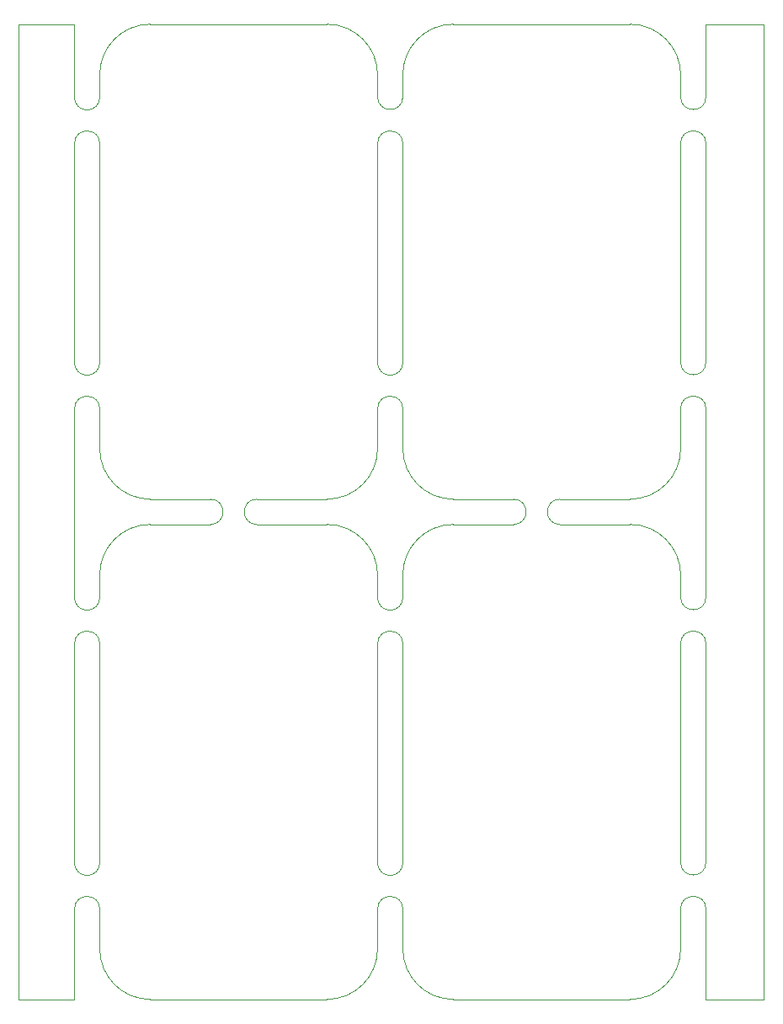
<source format=gbr>
G04 #@! TF.GenerationSoftware,KiCad,Pcbnew,(5.1.6)-1*
G04 #@! TF.CreationDate,2020-10-30T01:23:07+08:00*
G04 #@! TF.ProjectId,panelized2,70616e65-6c69-47a6-9564-322e6b696361,rev?*
G04 #@! TF.SameCoordinates,Original*
G04 #@! TF.FileFunction,Profile,NP*
%FSLAX46Y46*%
G04 Gerber Fmt 4.6, Leading zero omitted, Abs format (unit mm)*
G04 Created by KiCad (PCBNEW (5.1.6)-1) date 2020-10-30 01:23:07*
%MOMM*%
%LPD*%
G01*
G04 APERTURE LIST*
G04 #@! TA.AperFunction,Profile*
%ADD10C,0.050000*%
G04 #@! TD*
G04 APERTURE END LIST*
D10*
X156209998Y-82803999D02*
G75*
G02*
X153670002Y-82804000I-1269998J-1D01*
G01*
X153670063Y-60756801D02*
G75*
G02*
X156210000Y-60769500I1269937J-12699D01*
G01*
X153670063Y-111048801D02*
G75*
G02*
X156210000Y-111061500I1269937J-12699D01*
G01*
X156209998Y-133095999D02*
G75*
G02*
X153670002Y-133096000I-1269998J-1D01*
G01*
X179070000Y-146812000D02*
X161290000Y-146812000D01*
X125729998Y-82803999D02*
G75*
G02*
X123190002Y-82804000I-1269998J-1D01*
G01*
X123190063Y-60756801D02*
G75*
G02*
X125730000Y-60769500I1269937J-12699D01*
G01*
X153670063Y-87426801D02*
G75*
G02*
X156210000Y-87439500I1269937J-12699D01*
G01*
X141541500Y-99060000D02*
X148590000Y-99060000D01*
X130810000Y-99060000D02*
X136855200Y-99060000D01*
X172021500Y-99060000D02*
X179070000Y-99060000D01*
X161290000Y-99060000D02*
X167335200Y-99060000D01*
X156209998Y-106425999D02*
G75*
G02*
X153670002Y-106426000I-1269998J-1D01*
G01*
X125729998Y-106425999D02*
G75*
G02*
X123190002Y-106426000I-1269998J-1D01*
G01*
X123190063Y-87426801D02*
G75*
G02*
X125730000Y-87439500I1269937J-12699D01*
G01*
X125729998Y-133095999D02*
G75*
G02*
X123190002Y-133096000I-1269998J-1D01*
G01*
X123190063Y-111048801D02*
G75*
G02*
X125730000Y-111061500I1269937J-12699D01*
G01*
X123190063Y-137718801D02*
G75*
G02*
X125730000Y-137731500I1269937J-12699D01*
G01*
X156210000Y-137731500D02*
X156210000Y-141732000D01*
X153670063Y-137718801D02*
G75*
G02*
X156210000Y-137731500I1269937J-12699D01*
G01*
X156209997Y-56134001D02*
G75*
G02*
X153670002Y-56133998I-1269997J63501D01*
G01*
X125729998Y-56133999D02*
G75*
G02*
X123190002Y-56134000I-1269998J-1D01*
G01*
X125730000Y-53848000D02*
X125730000Y-56134000D01*
X117602000Y-146812000D02*
X123190000Y-146812000D01*
X123190000Y-111048800D02*
X123190001Y-133095999D01*
X123190000Y-87426800D02*
X123190001Y-106425999D01*
X123190000Y-60756800D02*
X123190001Y-82803999D01*
X123190000Y-48768000D02*
X123190001Y-56133999D01*
X117602000Y-48768000D02*
X123190000Y-48768000D01*
X117602000Y-146812000D02*
X117602000Y-48768000D01*
X123190000Y-137718800D02*
X123190000Y-146812000D01*
X186691015Y-82753201D02*
X186690000Y-60756800D01*
X186690000Y-87426800D02*
X186691015Y-106375201D01*
X186691015Y-133045201D02*
X186690000Y-111048800D01*
X186690000Y-146812000D02*
X192532000Y-146812000D01*
X192532000Y-48768000D02*
X192532000Y-146812000D01*
X186690000Y-137718800D02*
X186690000Y-146812000D01*
X186690000Y-48768000D02*
X192532000Y-48768000D01*
X186691015Y-56083201D02*
X186690000Y-48768000D01*
X136855200Y-146812000D02*
X141541500Y-146812000D01*
X184150000Y-111048800D02*
G75*
G02*
X186690000Y-111048800I1270000J0D01*
G01*
X184150000Y-60756800D02*
G75*
G02*
X186690000Y-60756800I1270000J0D01*
G01*
X186691015Y-133045201D02*
G75*
G02*
X184150001Y-133095999I-1271015J1D01*
G01*
X184150000Y-87426800D02*
G75*
G02*
X186690000Y-87426800I1270000J0D01*
G01*
X184150000Y-137718800D02*
G75*
G02*
X186690000Y-137718800I1270000J0D01*
G01*
X186691015Y-106375201D02*
G75*
G02*
X184150001Y-106425999I-1271015J1D01*
G01*
X186691015Y-56083201D02*
G75*
G02*
X184150001Y-56133999I-1271015J1D01*
G01*
X186691015Y-82753201D02*
G75*
G02*
X184150001Y-82803999I-1271015J1D01*
G01*
X184150000Y-104140000D02*
X184150001Y-106425999D01*
X153670000Y-104140000D02*
X153670001Y-106425999D01*
X184150000Y-53848000D02*
X184150001Y-56133999D01*
X136855200Y-146812000D02*
X130810000Y-146812000D01*
X167335200Y-96520000D02*
X161290000Y-96520000D01*
X156210000Y-104140000D02*
X156210000Y-106426000D01*
X125730000Y-104140000D02*
X125730000Y-106426000D01*
X156210000Y-53848000D02*
X156210000Y-56134000D01*
X167335200Y-96520000D02*
G75*
G02*
X167335200Y-99060000I0J-1270000D01*
G01*
X156210000Y-111061500D02*
X156210000Y-133096000D01*
X125730000Y-111061500D02*
X125730000Y-133096000D01*
X156210000Y-60769500D02*
X156210000Y-82804000D01*
X172021500Y-99060000D02*
G75*
G02*
X172021500Y-96520000I0J1270000D01*
G01*
X184150000Y-141732000D02*
X184150000Y-137718800D01*
X153670000Y-141732000D02*
X153670000Y-137718800D01*
X184150000Y-91440000D02*
X184150000Y-87426800D01*
X148590000Y-146812000D02*
X141541500Y-146812000D01*
X179070000Y-96520000D02*
X172021500Y-96520000D01*
X184150001Y-133095999D02*
X184150000Y-111048800D01*
X153670001Y-133095999D02*
X153670000Y-111048800D01*
X184150001Y-82803999D02*
X184150000Y-60756800D01*
X125730000Y-141732000D02*
X125730000Y-137731500D01*
X156210000Y-91440000D02*
X156210000Y-87439500D01*
X161290000Y-48768000D02*
X179070000Y-48768000D01*
X161290000Y-146812000D02*
G75*
G02*
X156210000Y-141732000I0J5080000D01*
G01*
X130810000Y-146812000D02*
G75*
G02*
X125730000Y-141732000I0J5080000D01*
G01*
X161290000Y-96520000D02*
G75*
G02*
X156210000Y-91440000I0J5080000D01*
G01*
X184150000Y-141732000D02*
G75*
G02*
X179070000Y-146812000I-5080000J0D01*
G01*
X153670000Y-141732000D02*
G75*
G02*
X148590000Y-146812000I-5080000J0D01*
G01*
X184150000Y-91440000D02*
G75*
G02*
X179070000Y-96520000I-5080000J0D01*
G01*
X179070000Y-99060000D02*
G75*
G02*
X184150000Y-104140000I0J-5080000D01*
G01*
X148590000Y-99060000D02*
G75*
G02*
X153670000Y-104140000I0J-5080000D01*
G01*
X179070000Y-48768000D02*
G75*
G02*
X184150000Y-53848000I0J-5080000D01*
G01*
X156210000Y-104140000D02*
G75*
G02*
X161290000Y-99060000I5080000J0D01*
G01*
X125730000Y-104140000D02*
G75*
G02*
X130810000Y-99060000I5080000J0D01*
G01*
X156210000Y-53848000D02*
G75*
G02*
X161290000Y-48768000I5080000J0D01*
G01*
X125730000Y-91440000D02*
X125730000Y-87439500D01*
X125730000Y-60769500D02*
X125730000Y-82804000D01*
X136855200Y-96520000D02*
X130810000Y-96520000D01*
X148590000Y-96520000D02*
X141541500Y-96520000D01*
X136855200Y-96520000D02*
G75*
G02*
X136855200Y-99060000I0J-1270000D01*
G01*
X141541500Y-99060000D02*
G75*
G02*
X141541500Y-96520000I0J1270000D01*
G01*
X153670000Y-91440000D02*
X153670000Y-87426800D01*
X153670000Y-53848000D02*
X153670001Y-56133999D01*
X153670001Y-82803999D02*
X153670000Y-60756800D01*
X130810000Y-48768000D02*
X148590000Y-48768000D01*
X153670000Y-91440000D02*
G75*
G02*
X148590000Y-96520000I-5080000J0D01*
G01*
X130810000Y-96520000D02*
G75*
G02*
X125730000Y-91440000I0J5080000D01*
G01*
X148590000Y-48768000D02*
G75*
G02*
X153670000Y-53848000I0J-5080000D01*
G01*
X125730000Y-53848000D02*
G75*
G02*
X130810000Y-48768000I5080000J0D01*
G01*
M02*

</source>
